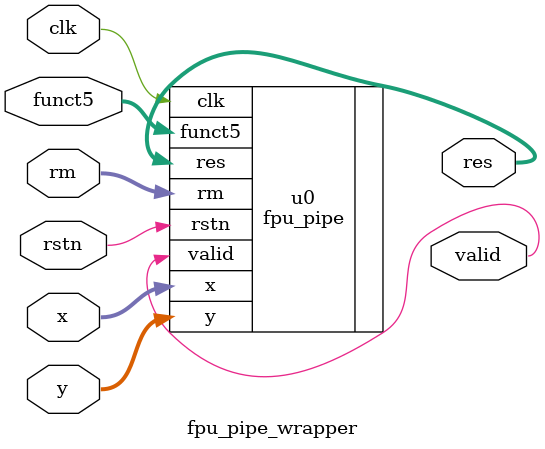
<source format=v>
`default_nettype none

module fpu_pipe_wrapper
    (
        input wire clk,
        input wire rstn,
        input wire [31:0] x,
        input wire [31:0] y,
        input wire [4:0] funct5,
        input wire [2:0] rm,
        output wire [31:0] res,
        output wire valid
    );

    fpu_pipe u0(
        .clk(clk),
        .rstn(rstn),
        .x(x),
        .y(y),
        .funct5(funct5),
        .rm(rm),
        .res(res),
        .valid(valid)
    );

endmodule

`default_nettype wire
</source>
